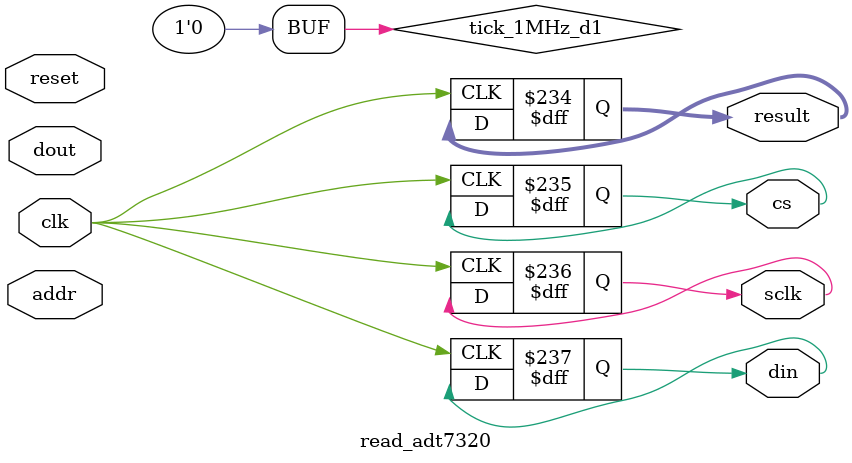
<source format=v>
/*
 * read_adt7320.v
 * 
 * Read out temperature data from ADT7320 chip
 * 
 * begun 2020-09-11 by wja, em, sz, mj, mt
 */

`timescale 1ns / 1ps
`default_nettype none

module read_adt7320
  (
   input  wire        clk,     // 100 MHz system-wide master clock
   input  wire        reset,   // logic reset (may not be needed?)
   input  wire [2:0]  addr,    // address bits in ADT7320 command byte
   output reg  [15:0] result,  // data read back from 7320
   output reg         cs,      // chip-select* wire to 7320
   output reg         sclk,    // serial clock to 7320
   output reg         din,     // serial data to 7320
   input  wire        dout     // serial data read back from 7320
   );
    // Set power-up values for 'reg' outputs
    initial begin
        result = 0;
        cs = 1;
        sclk = 1;
        din = 1;
    end
    // Cause 'tick_1MHz' to go high for one clk cycle per microsecond
    reg tick_1MHz = 0;
    reg tick_1MHz_d1 = 0;  // delayed-one-clk version of tick_1MHz
    reg [6:0] count_to_1MHz = 0;
    always @ (posedge clk) begin
        if (count_to_1MHz == 99) begin
            count_to_1MHz <= 0;
            tick_1MHz <= 1;
        end else begin
            count_to_1MHz <= count_to_1MHz + 1;
            tick_1MHz <= 0;
        end
    end
    // Finite State Machine to issue commands and collect responses
    localparam
      START=0,    SELECT=1, COMMAND=2,  CMD1=3,
      RESPONSE=4, RESP1=5,  DESELECT=6, PAUSE=7;
    reg [2:0] fsm = START;
    reg [2:0] fsm_d;  // combinational, not flipflop
    // These are the outputs of the FSM: some combinational, some flipflop
    // 8-bit command byte to send to the 7320
    reg [7:0] cmdbyte = 0;  // ff
    reg [7:0] cmdbyte_d;  // comb
    reg cmdbyte_ena;  // comb
    // CS, DIN, and SCLK serial inputs to the 7320
    reg cs_d, cs_ena;  // comb
    reg din_d, din_ena;  // comb
    reg sclk_d, sclk_ena;  // comb
    // Count ticks of the serial operation
    reg [7:0] count = 0;  // ff
    reg count_clr, count_inc;  // comb
    // Accumulate transient copy of response read back from 7320
    reg [15:0] resp = 0;  // ff
    reg [15:0] resp_d;  // comb
    reg resp_ena;  // comb
    // Copy transient 'resp' into output 'result'
    reg result_ena;  // comb
    // Synchronous update logic for FSM
    always @ (posedge clk) begin
        if (reset) begin
            fsm <= START;
        end else if (tick_1MHz) begin
            fsm <= fsm_d;
        end
        if (tick_1MHz_d1) begin
            if (cmdbyte_ena) begin
                cmdbyte <= cmdbyte_d;
            end
            if (cs_ena) begin
                cs <= cs_d;
            end
            if (din_ena) begin
                din <= din_d;
            end
            if (sclk_ena) begin
                sclk <= sclk_d;
            end
            if (count_clr) begin
                count <= 0;
            end else if (count_inc) begin
                count <= count + 1;
            end
            if (resp_ena) begin
                resp <= resp_d;
            end
            if (result_ena) begin
                result <= resp;
            end
        end
    end
    always @ (*) begin
        fsm_d = START;
        cmdbyte_d = 0;
        cmdbyte_ena = 0;
        cs_d = 1;
        cs_ena = 0;
        din_d = 1;
        din_ena = 0;
        sclk_d = 1;
        sclk_ena = 0;
        count_clr = 0;
        count_inc = 0;
        resp_d = 0;
        resp_ena = 0;
        result_ena = 0;
        case (fsm)
            START:
              begin
                  cmdbyte_d[7]   = 0;
                  cmdbyte_d[6]   = 1;     // read/write* (1=read)
                  cmdbyte_d[5:3] = addr;  // address which 7320 register
                  cmdbyte_d[2:0] = 0;
                  cmdbyte_ena = 1;
                  cs_d = 1;  // deassert 7320 chip-select*
                  cs_ena = 1;
                  din_d = 1;  // send a '1' to 7320 DIN when idle
                  din_ena = 1;
                  sclk_d = 1;  // send a '1' to 7320 SCLK when idle
                  sclk_ena = 1;
                  fsm_d = SELECT;
              end
            SELECT:
              begin
                  cs_d = 0;  // assert 7320 chip-select*
                  cs_ena = 1;
                  count_clr = 1;  // clear bit counter
                  resp_d = 0;  // initialize response to zero
                  resp_ena = 1;
                  fsm_d = COMMAND;
              end
            COMMAND:
              begin
                  count_inc = 1;
                  din_d = cmdbyte[7];
                  din_ena = 1;
                  sclk_d = 0;
                  sclk_ena = 1;
                  fsm_d = CMD1;
              end
            CMD1:
              begin
                  cmdbyte_d[7:0] = {cmdbyte[6:0], 1'b0};  // shift left
                  sclk_d = 1;
                  sclk_ena = 1;
                  if (count == 8) begin
                      fsm_d = RESPONSE;
                  end else begin
                      fsm_d = COMMAND;
                  end
              end
            RESPONSE:
              begin
                  count_inc = 1;
                  sclk_d = 0;
                  sclk_ena = 1;
                  fsm_d = RESP1;
              end
            RESP1:
              begin
                  sclk_d = 1;
                  sclk_ena = 1;
                  resp_d = {resp[14:0], dout};  // shift left
                  resp_ena = 1;
                  if (count == 24) begin
                      fsm_d = DESELECT;
                  end else begin
                      fsm_d = RESPONSE;
                  end
              end
            DESELECT:
              begin
                  cs_d = 1;  // deassert 7320 chip-select*
                  cs_ena = 1;
                  result_ena = 1;
                  fsm_d = PAUSE;
              end
            PAUSE:
              begin
                  count_inc = 1;
                  if (count == 48) begin
                      fsm_d = START;
                  end else begin
                      fsm_d = PAUSE;
                  end
              end
            default:
              begin
                  $strobe("INVALID STATE: fsm=%d", fsm);
                  fsm_d = START;
              end
        endcase
    end
endmodule  // read_adt7320

`default_nettype wire

</source>
